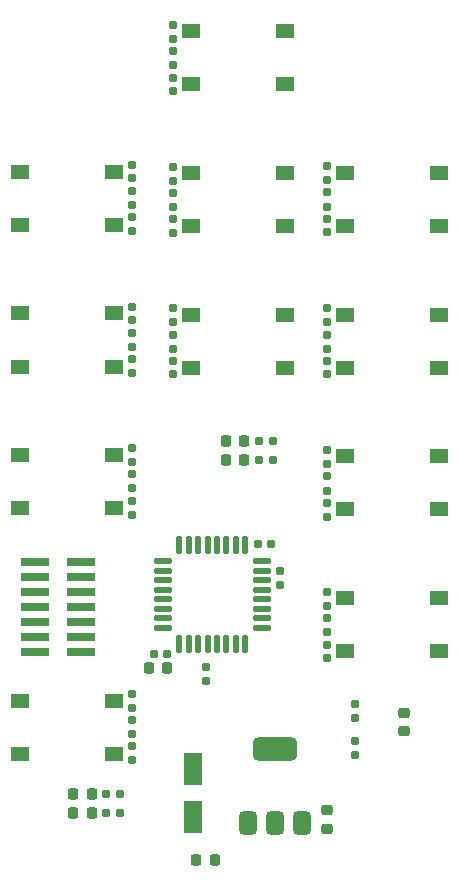
<source format=gbr>
%TF.GenerationSoftware,KiCad,Pcbnew,9.0.0-9.0.0-2~ubuntu22.04.1*%
%TF.CreationDate,2025-03-23T14:44:27+01:00*%
%TF.ProjectId,PCB_controller,5043425f-636f-46e7-9472-6f6c6c65722e,rev?*%
%TF.SameCoordinates,Original*%
%TF.FileFunction,Paste,Top*%
%TF.FilePolarity,Positive*%
%FSLAX46Y46*%
G04 Gerber Fmt 4.6, Leading zero omitted, Abs format (unit mm)*
G04 Created by KiCad (PCBNEW 9.0.0-9.0.0-2~ubuntu22.04.1) date 2025-03-23 14:44:27*
%MOMM*%
%LPD*%
G01*
G04 APERTURE LIST*
G04 Aperture macros list*
%AMRoundRect*
0 Rectangle with rounded corners*
0 $1 Rounding radius*
0 $2 $3 $4 $5 $6 $7 $8 $9 X,Y pos of 4 corners*
0 Add a 4 corners polygon primitive as box body*
4,1,4,$2,$3,$4,$5,$6,$7,$8,$9,$2,$3,0*
0 Add four circle primitives for the rounded corners*
1,1,$1+$1,$2,$3*
1,1,$1+$1,$4,$5*
1,1,$1+$1,$6,$7*
1,1,$1+$1,$8,$9*
0 Add four rect primitives between the rounded corners*
20,1,$1+$1,$2,$3,$4,$5,0*
20,1,$1+$1,$4,$5,$6,$7,0*
20,1,$1+$1,$6,$7,$8,$9,0*
20,1,$1+$1,$8,$9,$2,$3,0*%
G04 Aperture macros list end*
%ADD10RoundRect,0.155000X0.155000X-0.212500X0.155000X0.212500X-0.155000X0.212500X-0.155000X-0.212500X0*%
%ADD11RoundRect,0.155000X-0.155000X0.212500X-0.155000X-0.212500X0.155000X-0.212500X0.155000X0.212500X0*%
%ADD12RoundRect,0.160000X0.160000X-0.197500X0.160000X0.197500X-0.160000X0.197500X-0.160000X-0.197500X0*%
%ADD13RoundRect,0.160000X-0.160000X0.197500X-0.160000X-0.197500X0.160000X-0.197500X0.160000X0.197500X0*%
%ADD14R,1.550000X1.300000*%
%ADD15RoundRect,0.160000X0.197500X0.160000X-0.197500X0.160000X-0.197500X-0.160000X0.197500X-0.160000X0*%
%ADD16RoundRect,0.225000X-0.250000X0.225000X-0.250000X-0.225000X0.250000X-0.225000X0.250000X0.225000X0*%
%ADD17RoundRect,0.225000X0.250000X-0.225000X0.250000X0.225000X-0.250000X0.225000X-0.250000X-0.225000X0*%
%ADD18RoundRect,0.155000X-0.212500X-0.155000X0.212500X-0.155000X0.212500X0.155000X-0.212500X0.155000X0*%
%ADD19R,2.400000X0.740000*%
%ADD20RoundRect,0.225000X0.225000X0.250000X-0.225000X0.250000X-0.225000X-0.250000X0.225000X-0.250000X0*%
%ADD21RoundRect,0.218750X-0.218750X-0.256250X0.218750X-0.256250X0.218750X0.256250X-0.218750X0.256250X0*%
%ADD22RoundRect,0.250000X-0.550000X1.137500X-0.550000X-1.137500X0.550000X-1.137500X0.550000X1.137500X0*%
%ADD23RoundRect,0.155000X0.212500X0.155000X-0.212500X0.155000X-0.212500X-0.155000X0.212500X-0.155000X0*%
%ADD24RoundRect,0.375000X0.375000X-0.625000X0.375000X0.625000X-0.375000X0.625000X-0.375000X-0.625000X0*%
%ADD25RoundRect,0.500000X1.400000X-0.500000X1.400000X0.500000X-1.400000X0.500000X-1.400000X-0.500000X0*%
%ADD26RoundRect,0.125000X0.125000X-0.625000X0.125000X0.625000X-0.125000X0.625000X-0.125000X-0.625000X0*%
%ADD27RoundRect,0.125000X0.625000X-0.125000X0.625000X0.125000X-0.625000X0.125000X-0.625000X-0.125000X0*%
G04 APERTURE END LIST*
D10*
%TO.C,C16*%
X136287500Y-93767500D03*
X136287500Y-92632500D03*
%TD*%
D11*
%TO.C,C6*%
X148800000Y-103032500D03*
X148800000Y-104167500D03*
%TD*%
D12*
%TO.C,R5*%
X152787500Y-84195000D03*
X152787500Y-83000000D03*
%TD*%
D13*
%TO.C,R10*%
X139787500Y-80750000D03*
X139787500Y-81945000D03*
%TD*%
D14*
%TO.C,SW4*%
X154312500Y-69300000D03*
X162262500Y-69300000D03*
X154312500Y-73800000D03*
X162262500Y-73800000D03*
%TD*%
D12*
%TO.C,R18*%
X136287500Y-86282500D03*
X136287500Y-85087500D03*
%TD*%
D13*
%TO.C,R12*%
X139787500Y-68802500D03*
X139787500Y-69997500D03*
%TD*%
D11*
%TO.C,C2*%
X142587500Y-111165000D03*
X142587500Y-112300000D03*
%TD*%
D12*
%TO.C,R9*%
X139787500Y-84195000D03*
X139787500Y-83000000D03*
%TD*%
D10*
%TO.C,C13*%
X136287500Y-69767500D03*
X136287500Y-68632500D03*
%TD*%
D14*
%TO.C,SW3*%
X154312500Y-81300000D03*
X162262500Y-81300000D03*
X154312500Y-85800000D03*
X162262500Y-85800000D03*
%TD*%
%TO.C,SW2*%
X154312500Y-93300000D03*
X162262500Y-93300000D03*
X154312500Y-97800000D03*
X162262500Y-97800000D03*
%TD*%
D15*
%TO.C,R25*%
X135297500Y-121900000D03*
X134102500Y-121900000D03*
%TD*%
D16*
%TO.C,C20*%
X159300000Y-115025000D03*
X159300000Y-116575000D03*
%TD*%
D17*
%TO.C,C7*%
X152787500Y-124825000D03*
X152787500Y-123275000D03*
%TD*%
D13*
%TO.C,R6*%
X152787500Y-80750000D03*
X152787500Y-81945000D03*
%TD*%
D15*
%TO.C,R26*%
X135297500Y-123500000D03*
X134102500Y-123500000D03*
%TD*%
D12*
%TO.C,R3*%
X152787500Y-96200000D03*
X152787500Y-95005000D03*
%TD*%
D11*
%TO.C,C12*%
X139787500Y-73232500D03*
X139787500Y-74367500D03*
%TD*%
%TO.C,C19*%
X152787500Y-109232500D03*
X152787500Y-110367500D03*
%TD*%
D15*
%TO.C,R28*%
X148197500Y-92000000D03*
X147002500Y-92000000D03*
%TD*%
D10*
%TO.C,C15*%
X136287500Y-81800000D03*
X136287500Y-80665000D03*
%TD*%
D13*
%TO.C,R24*%
X155200000Y-114300000D03*
X155200000Y-115495000D03*
%TD*%
D14*
%TO.C,SW8*%
X141312500Y-57300000D03*
X149262500Y-57300000D03*
X141312500Y-61800000D03*
X149262500Y-61800000D03*
%TD*%
D13*
%TO.C,R21*%
X136287500Y-115602500D03*
X136287500Y-116797500D03*
%TD*%
D18*
%TO.C,C4*%
X146920000Y-100700000D03*
X148055000Y-100700000D03*
%TD*%
D19*
%TO.C,J4*%
X128087500Y-102260000D03*
X131987500Y-102260000D03*
X128087500Y-103530000D03*
X131987500Y-103530000D03*
X128087500Y-104800000D03*
X131987500Y-104800000D03*
X128087500Y-106070000D03*
X131987500Y-106070000D03*
X128087500Y-107340000D03*
X131987500Y-107340000D03*
X128087500Y-108610000D03*
X131987500Y-108610000D03*
X128087500Y-109880000D03*
X131987500Y-109880000D03*
%TD*%
D14*
%TO.C,SW10*%
X134762500Y-97700000D03*
X126812500Y-97700000D03*
X134762500Y-93200000D03*
X126812500Y-93200000D03*
%TD*%
D13*
%TO.C,R16*%
X139787500Y-56797500D03*
X139787500Y-57992500D03*
%TD*%
D12*
%TO.C,R20*%
X136287500Y-98247500D03*
X136287500Y-97052500D03*
%TD*%
D14*
%TO.C,SW7*%
X134762500Y-73700000D03*
X126812500Y-73700000D03*
X134762500Y-69200000D03*
X126812500Y-69200000D03*
%TD*%
D13*
%TO.C,R8*%
X152787500Y-68705000D03*
X152787500Y-69900000D03*
%TD*%
D11*
%TO.C,C10*%
X152787500Y-73185000D03*
X152787500Y-74320000D03*
%TD*%
D13*
%TO.C,R4*%
X152787500Y-92755000D03*
X152787500Y-93950000D03*
%TD*%
D12*
%TO.C,R23*%
X155200000Y-118597500D03*
X155200000Y-117402500D03*
%TD*%
D20*
%TO.C,C1*%
X139275000Y-111200000D03*
X137725000Y-111200000D03*
%TD*%
D12*
%TO.C,R22*%
X136287500Y-119047500D03*
X136287500Y-117852500D03*
%TD*%
D21*
%TO.C,D3*%
X144212500Y-93600000D03*
X145787500Y-93600000D03*
%TD*%
D22*
%TO.C,C18*%
X141487500Y-119737500D03*
X141487500Y-123862500D03*
%TD*%
D23*
%TO.C,C3*%
X139255000Y-110000000D03*
X138120000Y-110000000D03*
%TD*%
D14*
%TO.C,SW11*%
X134762500Y-118500000D03*
X126812500Y-118500000D03*
X134762500Y-114000000D03*
X126812500Y-114000000D03*
%TD*%
D10*
%TO.C,C17*%
X136287500Y-114567500D03*
X136287500Y-113432500D03*
%TD*%
D21*
%TO.C,D2*%
X131312500Y-121900000D03*
X132887500Y-121900000D03*
%TD*%
D14*
%TO.C,SW1*%
X154312500Y-105300000D03*
X162262500Y-105300000D03*
X154312500Y-109800000D03*
X162262500Y-109800000D03*
%TD*%
%TO.C,SW9*%
X134762500Y-85700000D03*
X126812500Y-85700000D03*
X134762500Y-81200000D03*
X126812500Y-81200000D03*
%TD*%
D24*
%TO.C,U2*%
X146087500Y-124350000D03*
X148387500Y-124350000D03*
D25*
X148387500Y-118050000D03*
D24*
X150687500Y-124350000D03*
%TD*%
D14*
%TO.C,SW6*%
X141312500Y-69300000D03*
X149262500Y-69300000D03*
X141312500Y-73800000D03*
X149262500Y-73800000D03*
%TD*%
D13*
%TO.C,R1*%
X152787500Y-104752500D03*
X152787500Y-105947500D03*
%TD*%
D11*
%TO.C,C9*%
X152787500Y-85230000D03*
X152787500Y-86365000D03*
%TD*%
D14*
%TO.C,SW5*%
X141312500Y-81300000D03*
X149262500Y-81300000D03*
X141312500Y-85800000D03*
X149262500Y-85800000D03*
%TD*%
D12*
%TO.C,R7*%
X152787500Y-72150000D03*
X152787500Y-70955000D03*
%TD*%
D11*
%TO.C,C14*%
X139787500Y-61230000D03*
X139787500Y-62365000D03*
%TD*%
D26*
%TO.C,U1*%
X140287500Y-109175000D03*
X141087500Y-109175000D03*
X141887500Y-109175000D03*
X142687500Y-109175000D03*
X143487500Y-109175000D03*
X144287500Y-109175000D03*
X145087500Y-109175000D03*
X145887500Y-109175000D03*
D27*
X147262500Y-107800000D03*
X147262500Y-107000000D03*
X147262500Y-106200000D03*
X147262500Y-105400000D03*
X147262500Y-104600000D03*
X147262500Y-103800000D03*
X147262500Y-103000000D03*
X147262500Y-102200000D03*
D26*
X145887500Y-100825000D03*
X145087500Y-100825000D03*
X144287500Y-100825000D03*
X143487500Y-100825000D03*
X142687500Y-100825000D03*
X141887500Y-100825000D03*
X141087500Y-100825000D03*
X140287500Y-100825000D03*
D27*
X138912500Y-102200000D03*
X138912500Y-103000000D03*
X138912500Y-103800000D03*
X138912500Y-104600000D03*
X138912500Y-105400000D03*
X138912500Y-106200000D03*
X138912500Y-107000000D03*
X138912500Y-107800000D03*
%TD*%
D13*
%TO.C,R13*%
X136287500Y-70802500D03*
X136287500Y-71997500D03*
%TD*%
%TO.C,R19*%
X136287500Y-94800000D03*
X136287500Y-95995000D03*
%TD*%
D12*
%TO.C,R11*%
X139787500Y-72197500D03*
X139787500Y-71002500D03*
%TD*%
%TO.C,R15*%
X139787500Y-60195000D03*
X139787500Y-59000000D03*
%TD*%
%TO.C,R14*%
X136287500Y-74247500D03*
X136287500Y-73052500D03*
%TD*%
D20*
%TO.C,C5*%
X143275000Y-127500000D03*
X141725000Y-127500000D03*
%TD*%
D11*
%TO.C,C11*%
X139787500Y-85230000D03*
X139787500Y-86365000D03*
%TD*%
%TO.C,C8*%
X152787500Y-97267500D03*
X152787500Y-98402500D03*
%TD*%
D21*
%TO.C,D4*%
X144212500Y-92000000D03*
X145787500Y-92000000D03*
%TD*%
%TO.C,D1*%
X131312500Y-123500000D03*
X132887500Y-123500000D03*
%TD*%
D12*
%TO.C,R2*%
X152787500Y-108197500D03*
X152787500Y-107002500D03*
%TD*%
D15*
%TO.C,R27*%
X148197500Y-93600000D03*
X147002500Y-93600000D03*
%TD*%
D13*
%TO.C,R17*%
X136287500Y-82835000D03*
X136287500Y-84030000D03*
%TD*%
M02*

</source>
